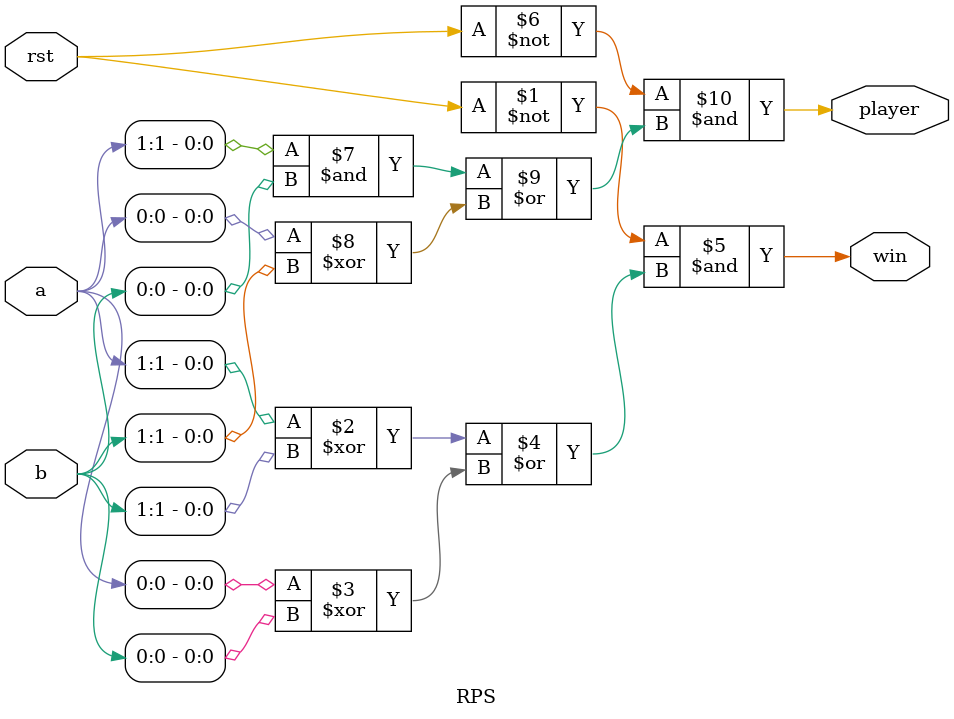
<source format=v>
module RPS(win,player,rst,a,b);
input [1:0] a;
input [1:0] b;
input rst;
output win, player;
assign win=~rst&(a[1]^b[1]|a[0]^b[0]);
assign player=~rst&(a[1]&b[0]|a[0]^b[1]);
endmodule


</source>
